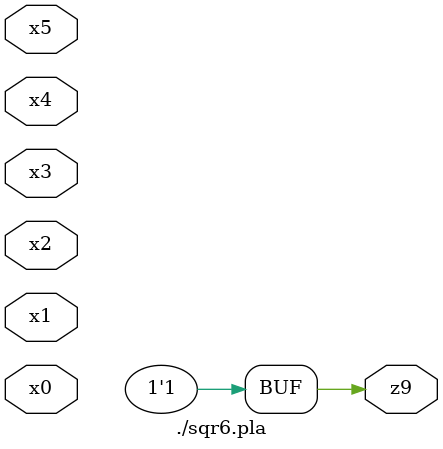
<source format=v>

module \./sqr6.pla  ( 
    x0, x1, x2, x3, x4, x5,
    z9  );
  input  x0, x1, x2, x3, x4, x5;
  output z9;
  assign z9 = 1'b1;
endmodule



</source>
